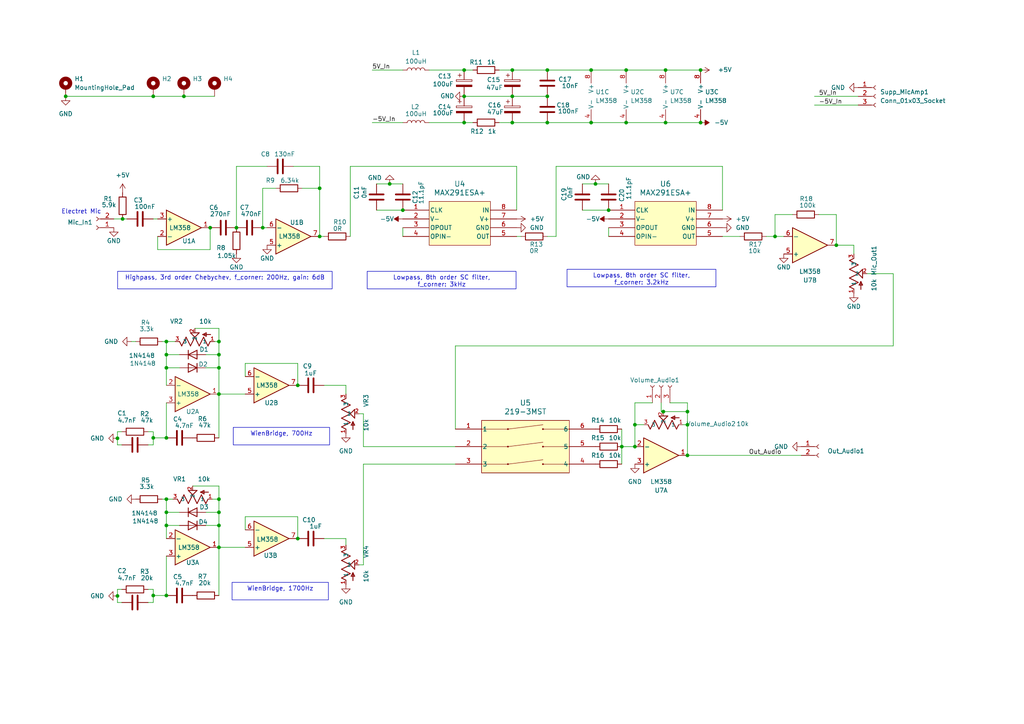
<source format=kicad_sch>
(kicad_sch (version 20231120) (generator "eeschema") (generator_version "8.0")
  (paper "A4")
  (title_block (title "Phasor Radio: Digital Audio") (date "2024-11-16") (rev "v1") (company "Stefan Meyre, HB9GZE"))
  (lib_symbols
    (symbol "Amplifier_Operational:LM358" (pin_names (offset 0.127))
      (property "Reference" "U" (at 0 5.08 0))
      (property "Value" "LM358" (at 0 -5.08 0))
      (symbol "LM358_1_1"
        (polyline (pts (xy -5.08 5.08) (xy 5.08 0) (xy -5.08 -5.08) (xy -5.08 5.08)) (stroke (width 0.254)) (fill (type background)))
        (pin output line (at 7.62 0 180) (length 2.54) (name "~") (number "1"))
        (pin input line (at -7.62 -2.54 0) (length 2.54) (name "-") (number "2"))
        (pin input line (at -7.62 2.54 0) (length 2.54) (name "+") (number "3"))
      )
      (symbol "LM358_2_1"
        (polyline (pts (xy -5.08 5.08) (xy 5.08 0) (xy -5.08 -5.08) (xy -5.08 5.08)) (stroke (width 0.254)) (fill (type background)))
        (pin input line (at -7.62 2.54 0) (length 2.54) (name "+") (number "5"))
        (pin input line (at -7.62 -2.54 0) (length 2.54) (name "-") (number "6"))
        (pin output line (at 7.62 0 180) (length 2.54) (name "~") (number "7"))
      )
      (symbol "LM358_3_1"
        (pin power_in line (at -2.54 -7.62 90) (length 3.81) (name "V-") (number "4"))
        (pin power_in line (at -2.54 7.62 270) (length 3.81) (name "V+") (number "8"))
      )
    )
    (symbol "Connector:Conn_01x02_Socket" (pin_names (offset 1.016) hide)
      (property "Reference" "J" (at 0 2.54 0))
      (property "Value" "Conn_01x02_Socket" (at 0 -5.08 0))
      (symbol "Conn_01x02_Socket_1_1"
        (arc (start 0 -2.032) (mid -0.5058 -2.54) (end 0 -3.048) (stroke (width 0.1524)))
        (polyline (pts (xy -1.27 -2.54) (xy -0.508 -2.54)) (stroke (width 0.1524)))
        (polyline (pts (xy -1.27 0) (xy -0.508 0)) (stroke (width 0.1524)))
        (arc (start 0 0.508) (mid -0.5058 0) (end 0 -0.508) (stroke (width 0.1524)))
        (pin passive line (at -5.08 0 0) (length 3.81) (name "Pin_1") (number "1"))
        (pin passive line (at -5.08 -2.54 0) (length 3.81) (name "Pin_2") (number "2"))
      )
    )
    (symbol "Connector:Conn_01x03_Socket" (pin_names (offset 1.016) hide)
      (property "Reference" "J" (at 0 5.08 0))
      (property "Value" "Conn_01x03_Socket" (at 0 -5.08 0))
      (symbol "Conn_01x03_Socket_1_1"
        (arc (start 0 -2.032) (mid -0.5058 -2.54) (end 0 -3.048) (stroke (width 0.1524)))
        (polyline (pts (xy -1.27 -2.54) (xy -0.508 -2.54)) (stroke (width 0.1524)))
        (polyline (pts (xy -1.27 0) (xy -0.508 0)) (stroke (width 0.1524)))
        (polyline (pts (xy -1.27 2.54) (xy -0.508 2.54)) (stroke (width 0.1524)))
        (arc (start 0 0.508) (mid -0.5058 0) (end 0 -0.508) (stroke (width 0.1524)))
        (arc (start 0 3.048) (mid -0.5058 2.54) (end 0 2.032) (stroke (width 0.1524)))
        (pin passive line (at -5.08 2.54 0) (length 3.81) (name "Pin_1") (number "1"))
        (pin passive line (at -5.08 0 0) (length 3.81) (name "Pin_2") (number "2"))
        (pin passive line (at -5.08 -2.54 0) (length 3.81) (name "Pin_3") (number "3"))
      )
    )
    (symbol "Device:C" (pin_numbers hide) (pin_names (offset 0.254))
      (property "Reference" "C" (at 0.635 2.54 0))
      (property "Value" "C" (at 0.635 -2.54 0))
      (symbol "C_0_1"
        (polyline (pts (xy -2.032 -0.762) (xy 2.032 -0.762)) (stroke (width 0.508)))
        (polyline (pts (xy -2.032 0.762) (xy 2.032 0.762)) (stroke (width 0.508)))
      )
      (symbol "C_1_1"
        (pin passive line (at 0 3.81 270) (length 2.794) (name "~") (number "1"))
        (pin passive line (at 0 -3.81 90) (length 2.794) (name "~") (number "2"))
      )
    )
    (symbol "Device:C_Polarized" (pin_numbers hide) (pin_names (offset 0.254))
      (property "Reference" "C" (at 0.635 2.54 0))
      (property "Value" "C_Polarized" (at 0.635 -2.54 0))
      (symbol "C_Polarized_0_1"
        (rectangle (start -2.286 0.508) (end 2.286 1.016))
        (polyline (pts (xy -1.778 2.286) (xy -0.762 2.286)))
        (polyline (pts (xy -1.27 2.794) (xy -1.27 1.778)))
        (rectangle (start 2.286 -0.508) (end -2.286 -1.016) (fill (type outline)))
      )
      (symbol "C_Polarized_1_1"
        (pin passive line (at 0 3.81 270) (length 2.794) (name "~") (number "1"))
        (pin passive line (at 0 -3.81 90) (length 2.794) (name "~") (number "2"))
      )
    )
    (symbol "Device:D" (pin_numbers hide) (pin_names (offset 1.016) hide)
      (property "Reference" "D" (at 0 2.54 0))
      (property "Value" "D" (at 0 -2.54 0))
      (symbol "D_0_1"
        (polyline (pts (xy -1.27 1.27) (xy -1.27 -1.27)) (stroke (width 0.254)))
        (polyline (pts (xy 1.27 0) (xy -1.27 0)))
        (polyline (pts (xy 1.27 1.27) (xy 1.27 -1.27) (xy -1.27 0) (xy 1.27 1.27)) (stroke (width 0.254)))
      )
      (symbol "D_1_1"
        (pin passive line (at -3.81 0 0) (length 2.54) (name "K") (number "1"))
        (pin passive line (at 3.81 0 180) (length 2.54) (name "A") (number "2"))
      )
    )
    (symbol "Device:L" (pin_numbers hide) (pin_names (offset 1.016) hide)
      (property "Reference" "L" (at -1.27 0 90))
      (property "Value" "L" (at 1.905 0 90))
      (symbol "L_0_1"
        (arc (start 0 -2.54) (mid 0.6323 -1.905) (end 0 -1.27))
        (arc (start 0 -1.27) (mid 0.6323 -0.635) (end 0 0))
        (arc (start 0 0) (mid 0.6323 0.635) (end 0 1.27))
        (arc (start 0 1.27) (mid 0.6323 1.905) (end 0 2.54))
      )
      (symbol "L_1_1"
        (pin passive line (at 0 3.81 270) (length 1.27) (name "1") (number "1"))
        (pin passive line (at 0 -3.81 90) (length 1.27) (name "2") (number "2"))
      )
    )
    (symbol "Device:R" (pin_numbers hide) (pin_names (offset 0))
      (property "Reference" "R" (at 2.032 0 90))
      (property "Value" "R" (at 0 0 90))
      (symbol "R_0_1"
        (rectangle (start -1.016 -2.54) (end 1.016 2.54) (stroke (width 0.254)))
      )
      (symbol "R_1_1"
        (pin passive line (at 0 3.81 270) (length 1.27) (name "~") (number "1"))
        (pin passive line (at 0 -3.81 90) (length 1.27) (name "~") (number "2"))
      )
    )
    (symbol "Mechanical:MountingHole_Pad" (pin_numbers hide) (pin_names (offset 1.016) hide)
      (property "Reference" "H" (at 0 6.35 0))
      (property "Value" "MountingHole_Pad" (at 0 4.445 0))
      (symbol "MountingHole_Pad_0_1"
        (circle (center 0 1.27) (radius 1.27) (stroke (width 1.27)))
      )
      (symbol "MountingHole_Pad_1_1"
        (pin input line (at 0 -2.54 90) (length 2.54) (name "1") (number "1"))
      )
    )
    (symbol "Private:219-3MST" (pin_names (offset 0.254))
      (property "Reference" "U" (at 20.32 7.62 0))
      (property "Value" "219-3MST" (at 20.32 5.08 0))
      (symbol "219-3MST_1_1"
        (polyline (pts (xy 7.62 -12.7) (xy 33.02 -12.7)) (stroke (width 0.127)))
        (polyline (pts (xy 7.62 -10.16) (xy 15.24 -10.16)) (stroke (width 0.127)))
        (polyline (pts (xy 7.62 -5.08) (xy 15.24 -5.08)) (stroke (width 0.127)))
        (polyline (pts (xy 7.62 0) (xy 15.24 0)) (stroke (width 0.127)))
        (polyline (pts (xy 7.62 2.54) (xy 7.62 -12.7)) (stroke (width 0.127)))
        (polyline (pts (xy 15.24 -10.16) (xy 25.4 -8.89)) (stroke (width 0.127)))
        (polyline (pts (xy 15.24 -5.08) (xy 25.4 -3.81)) (stroke (width 0.127)))
        (polyline (pts (xy 15.24 0) (xy 25.4 1.27)) (stroke (width 0.127)))
        (polyline (pts (xy 25.4 -10.16) (xy 33.02 -10.16)) (stroke (width 0.127)))
        (polyline (pts (xy 25.4 -5.08) (xy 33.02 -5.08)) (stroke (width 0.127)))
        (polyline (pts (xy 25.4 0) (xy 33.02 0)) (stroke (width 0.127)))
        (polyline (pts (xy 33.02 -12.7) (xy 33.02 2.54)) (stroke (width 0.127)))
        (polyline (pts (xy 33.02 2.54) (xy 7.62 2.54)) (stroke (width 0.127)))
        (rectangle (start 7.62 2.54) (end 33.02 -12.7) (fill (type background)))
        (circle (center 15.24 -10.16) (radius 0.127) (stroke (width 0.254)))
        (circle (center 15.24 -5.08) (radius 0.127) (stroke (width 0.254)))
        (circle (center 15.24 0) (radius 0.127) (stroke (width 0.254)))
        (circle (center 25.4 -10.16) (radius 0.127) (stroke (width 0.254)))
        (circle (center 25.4 -5.08) (radius 0.127) (stroke (width 0.254)))
        (circle (center 25.4 0) (radius 0.127) (stroke (width 0.254)))
        (pin unspecified line (at 0 0 0) (length 7.62) (name "1") (number "1"))
        (pin unspecified line (at 0 -5.08 0) (length 7.62) (name "2") (number "2"))
        (pin unspecified line (at 0 -10.16 0) (length 7.62) (name "3") (number "3"))
        (pin unspecified line (at 40.64 -10.16 180) (length 7.62) (name "4") (number "4"))
        (pin unspecified line (at 40.64 -5.08 180) (length 7.62) (name "5") (number "5"))
        (pin unspecified line (at 40.64 0 180) (length 7.62) (name "6") (number "6"))
      )
    )
    (symbol "Private:35WR10KLFTR" (pin_names (offset 1.016))
      (property "Reference" "VR" (at -5.7207 5.0851 0))
      (property "Value" "35WR10KLFTR" (at -5.7249 1.9083 0))
      (symbol "35WR10KLFTR_0_0"
        (polyline (pts (xy -3.81 1.27) (xy -4.445 0)) (stroke (width 0.254)))
        (polyline (pts (xy -3.302 -2.54) (xy -2.286 -2.032)) (stroke (width 0.254)))
        (polyline (pts (xy -3.302 -1.524) (xy -3.302 -2.54)) (stroke (width 0.254)))
        (polyline (pts (xy -2.54 -1.27) (xy -3.81 1.27)) (stroke (width 0.254)))
        (polyline (pts (xy -2.286 -2.032) (xy -4.572 -2.032)) (stroke (width 0.254)))
        (polyline (pts (xy -2.286 -2.032) (xy -3.302 -1.524)) (stroke (width 0.254)))
        (polyline (pts (xy -1.27 -2.54) (xy 0 -1.27)) (stroke (width 0.254)))
        (polyline (pts (xy -1.27 1.27) (xy -2.54 -1.27)) (stroke (width 0.254)))
        (polyline (pts (xy 0 -1.27) (xy -1.27 1.27)) (stroke (width 0.254)))
        (polyline (pts (xy 0 -1.27) (xy 1.27 -2.54)) (stroke (width 0.254)))
        (polyline (pts (xy 1.27 -2.54) (xy -1.27 -2.54)) (stroke (width 0.254)))
        (polyline (pts (xy 1.27 1.27) (xy 0 -1.27)) (stroke (width 0.254)))
        (polyline (pts (xy 1.27 1.27) (xy 2.54 -1.27)) (stroke (width 0.254)))
        (polyline (pts (xy 2.54 -1.27) (xy 3.81 1.27)) (stroke (width 0.254)))
        (polyline (pts (xy 3.81 1.27) (xy 4.445 0)) (stroke (width 0.254)))
      )
      (symbol "35WR10KLFTR_1_0"
        (pin passive line (at -5.715 0 0) (length 1.27) (name "1") (number "1"))
        (pin passive line (at 0 -3.81 90) (length 1.27) (name "2") (number "2"))
        (pin passive line (at 5.715 0 180) (length 1.27) (name "3") (number "3"))
      )
    )
    (symbol "Private:MAX291ESA+" (pin_names (offset 0.254))
      (property "Reference" "U" (at 16.8216 6.9662 0))
      (property "Value" "MAX291ESA+" (at 16.8216 4.4262 0))
      (symbol "MAX291ESA+_1_1"
        (rectangle (start 7.62 2.54) (end 25.4 -10.16) (fill (type background)))
        (pin unspecified line (at 0 0 0) (length 7.62) (name "CLK") (number "1"))
        (pin power_in line (at 0 -2.54 0) (length 7.62) (name "V-") (number "2"))
        (pin output line (at 0 -5.08 0) (length 7.62) (name "OPOUT") (number "3"))
        (pin input line (at 0 -7.62 0) (length 7.62) (name "OPIN-") (number "4"))
        (pin output line (at 33.02 -7.62 180) (length 7.62) (name "OUT") (number "5"))
        (pin power_in line (at 33.02 -5.08 180) (length 7.62) (name "GND") (number "6"))
        (pin power_in line (at 33.02 -2.54 180) (length 7.62) (name "V+") (number "7"))
        (pin input line (at 33.02 0 180) (length 7.62) (name "IN") (number "8"))
      )
    )
    (symbol "power:+5V" (power) (pin_names (offset 0))
      (property "Value" "+5V" (at 0 3.556 0))
      (symbol "+5V_0_1"
        (polyline (pts (xy -0.762 1.27) (xy 0 2.54)))
        (polyline (pts (xy 0 0) (xy 0 2.54)))
        (polyline (pts (xy 0 2.54) (xy 0.762 1.27)))
      )
      (symbol "+5V_1_1"
        (pin power_in line (at 0 0 90) (length 0) hide (name "+5V") (number "1"))
      )
    )
    (symbol "power:-5V" (power) (pin_names (offset 0))
      (property "Value" "-5V" (at 0 3.81 0))
      (symbol "-5V_0_0"
        (pin power_in line (at 0 0 90) (length 0) hide (name "-5V") (number "1"))
      )
      (symbol "-5V_0_1"
        (polyline (pts (xy 0 0) (xy 0 1.27) (xy 0.762 1.27) (xy 0 2.54) (xy -0.762 1.27) (xy 0 1.27)) (fill (type outline)))
      )
    )
    (symbol "power:GND" (power) (pin_names (offset 0))
      (property "Value" "GND" (at 0 -3.81 0))
      (symbol "GND_0_1"
        (polyline (pts (xy 0 0) (xy 0 -1.27) (xy 1.27 -1.27) (xy 0 -2.54) (xy -1.27 -1.27) (xy 0 -1.27)))
      )
      (symbol "GND_1_1"
        (pin power_in line (at 0 0 270) (length 0) hide (name "GND") (number "1"))
      )
    )
  )
  (junction (at 224.79 68.58))
  (junction (at 76.2 66.04))
  (junction (at 193.04 20.32))
  (junction (at 48.26 172.72))
  (junction (at 199.39 119.38))
  (junction (at 158.75 35.56))
  (junction (at 63.5 102.87))
  (junction (at 199.39 123.19))
  (junction (at 63.5 99.06))
  (junction (at 48.26 148.59))
  (junction (at 63.5 158.75))
  (junction (at 148.59 20.32))
  (junction (at 199.39 132.08))
  (junction (at 48.26 127))
  (junction (at 134.62 35.56))
  (junction (at 171.45 20.32))
  (junction (at 86.36 156.21))
  (junction (at 92.71 68.58))
  (junction (at 86.36 111.76))
  (junction (at 60.96 66.04))
  (junction (at 48.26 99.06))
  (junction (at 48.26 152.4))
  (junction (at 63.5 114.3))
  (junction (at 184.15 123.19))
  (junction (at 92.71 54.61))
  (junction (at 63.5 152.4))
  (junction (at 148.59 27.94))
  (junction (at 181.61 35.56))
  (junction (at 48.26 144.78))
  (junction (at 116.84 60.96))
  (junction (at 63.5 106.68))
  (junction (at 44.45 172.72))
  (junction (at 158.75 27.94))
  (junction (at 134.62 20.32))
  (junction (at 192.405 119.38))
  (junction (at 34.0691 172.8503))
  (junction (at 44.45 27.94))
  (junction (at 148.59 35.56))
  (junction (at 158.75 20.32))
  (junction (at 48.26 106.68))
  (junction (at 53.34 27.94))
  (junction (at 176.53 60.96))
  (junction (at 19.05 27.94))
  (junction (at 180.34 129.54))
  (junction (at 63.5 144.78))
  (junction (at 34.0691 127.1303))
  (junction (at 63.5 148.59))
  (junction (at 68.58 66.04))
  (junction (at 172.72 53.34))
  (junction (at 203.2 35.56))
  (junction (at 171.45 35.56))
  (junction (at 193.04 35.56))
  (junction (at 48.26 102.87))
  (junction (at 44.45 127))
  (junction (at 203.2 20.32))
  (junction (at 181.61 20.32))
  (junction (at 113.03 53.34))
  (junction (at 134.62 27.94))
  (junction (at 242.57 71.12))
  (junction (at 35.56 63.5))
  (junction (at 184.15 129.54))
  (wire (pts (xy 184.15 123.19) (xy 184.15 129.54)))
  (wire (pts (xy 105.41 120.015) (xy 105.41 129.54)))
  (wire (pts (xy 63.5 99.06) (xy 63.5 102.87)))
  (wire (pts (xy 48.26 106.68) (xy 52.07 106.68)))
  (wire (pts (xy 137.16 35.56) (xy 134.62 35.56)))
  (wire (pts (xy 92.71 54.61) (xy 92.71 48.26)))
  (wire (pts (xy 62.23 99.06) (xy 63.5 99.06)))
  (wire (pts (xy 63.5 106.68) (xy 63.5 114.3)))
  (wire (pts (xy 181.61 20.32) (xy 193.04 20.32)))
  (wire (pts (xy 191.77 119.38) (xy 192.405 119.38)))
  (wire (pts (xy 71.12 149.86) (xy 86.36 149.86)))
  (wire (pts (xy 148.59 27.94) (xy 158.75 27.94)))
  (wire (pts (xy 59.69 152.4) (xy 63.5 152.4)))
  (wire (pts (xy 76.2 66.04) (xy 77.47 66.04)))
  (wire (pts (xy 34.0691 170.9428) (xy 34.0691 172.8503)))
  (wire (pts (xy 132.08 100.33) (xy 132.08 124.46)))
  (wire (pts (xy 44.45 63.5) (xy 45.72 63.5)))
  (wire (pts (xy 158.75 35.56) (xy 171.45 35.56)))
  (wire (pts (xy 171.45 35.56) (xy 181.61 35.56)))
  (wire (pts (xy 63.5 114.3) (xy 71.12 114.3)))
  (wire (pts (xy 48.26 144.78) (xy 48.26 148.59)))
  (wire (pts (xy 86.36 105.41) (xy 86.36 111.76)))
  (wire (pts (xy 180.34 129.54) (xy 184.15 129.54)))
  (wire (pts (xy 35.56 63.5) (xy 36.83 63.5)))
  (wire (pts (xy 34.0691 127.1303) (xy 34.0691 129.0328)))
  (wire (pts (xy 181.61 35.56) (xy 193.04 35.56)))
  (wire (pts (xy 242.57 71.12) (xy 247.65 71.12)))
  (wire (pts (xy 34.0691 170.9428) (xy 35.3391 170.9428)))
  (wire (pts (xy 105.41 163.83) (xy 104.14 163.83)))
  (wire (pts (xy 259.08 79.375) (xy 251.46 79.375)))
  (wire (pts (xy 158.75 20.32) (xy 171.45 20.32)))
  (wire (pts (xy 199.39 123.19) (xy 199.39 132.08)))
  (wire (pts (xy 71.12 153.67) (xy 71.12 149.86)))
  (wire (pts (xy 184.15 116.84) (xy 184.15 123.19)))
  (wire (pts (xy 48.26 152.4) (xy 48.26 156.21)))
  (wire (pts (xy 109.22 53.34) (xy 113.03 53.34)))
  (wire (pts (xy 44.45 129.0328) (xy 42.9591 129.0328)))
  (wire (pts (xy 44.45 174.7528) (xy 42.9591 174.7528)))
  (wire (pts (xy 101.6 48.26) (xy 101.6 68.58)))
  (wire (pts (xy 71.12 105.41) (xy 86.36 105.41)))
  (wire (pts (xy 222.25 68.58) (xy 224.79 68.58)))
  (wire (pts (xy 45.72 72.39) (xy 60.96 72.39)))
  (wire (pts (xy 184.15 116.84) (xy 189.23 116.84)))
  (wire (pts (xy 59.69 106.68) (xy 63.5 106.68)))
  (wire (pts (xy 44.45 27.94) (xy 53.34 27.94)))
  (wire (pts (xy 53.34 27.94) (xy 62.23 27.94)))
  (wire (pts (xy 44.45 172.72) (xy 48.26 172.72)))
  (wire (pts (xy 107.95 20.32) (xy 116.84 20.32)))
  (wire (pts (xy 19.05 27.94) (xy 44.45 27.94)))
  (wire (pts (xy 63.5 95.25) (xy 63.5 99.06)))
  (wire (pts (xy 161.29 48.26) (xy 161.29 68.58)))
  (wire (pts (xy 48.26 99.06) (xy 50.8 99.06)))
  (wire (pts (xy 171.45 20.32) (xy 181.61 20.32)))
  (wire (pts (xy 161.29 68.58) (xy 158.75 68.58)))
  (wire (pts (xy 192.405 119.38) (xy 199.39 119.38)))
  (wire (pts (xy 44.4349 127) (xy 44.45 127)))
  (wire (pts (xy 148.59 35.56) (xy 158.75 35.56)))
  (wire (pts (xy 48.26 161.29) (xy 48.26 172.72)))
  (wire (pts (xy 63.5 158.75) (xy 63.5 152.4)))
  (wire (pts (xy 48.26 102.87) (xy 52.07 102.87)))
  (wire (pts (xy 76.2 54.61) (xy 76.2 66.04)))
  (wire (pts (xy 224.79 68.58) (xy 227.33 68.58)))
  (wire (pts (xy 100.33 111.76) (xy 100.33 114.3)))
  (wire (pts (xy 93.98 156.21) (xy 100.33 156.21)))
  (wire (pts (xy 48.26 116.84) (xy 48.26 127)))
  (wire (pts (xy 63.5 102.87) (xy 63.5 106.68)))
  (wire (pts (xy 151.13 68.58) (xy 149.86 68.58)))
  (wire (pts (xy 116.84 66.04) (xy 116.84 68.58)))
  (wire (pts (xy 132.08 129.54) (xy 105.41 129.54)))
  (wire (pts (xy 116.84 53.34) (xy 113.03 53.34)))
  (wire (pts (xy 44.45 127) (xy 44.45 125.2228)))
  (wire (pts (xy 259.08 79.375) (xy 259.08 100.33)))
  (wire (pts (xy 224.79 62.23) (xy 224.79 68.58)))
  (wire (pts (xy 61.595 144.78) (xy 63.5 144.78)))
  (wire (pts (xy 132.08 134.62) (xy 105.41 134.62)))
  (wire (pts (xy 44.45 127) (xy 44.45 129.0328)))
  (wire (pts (xy 203.2 20.32) (xy 193.04 20.32)))
  (wire (pts (xy 237.49 62.23) (xy 242.57 62.23)))
  (wire (pts (xy 56.515 95.25) (xy 63.5 95.25)))
  (wire (pts (xy 44.45 172.72) (xy 44.45 170.9428)))
  (wire (pts (xy 48.26 152.4) (xy 52.07 152.4)))
  (wire (pts (xy 68.58 66.04) (xy 68.58 48.26)))
  (wire (pts (xy 34.0691 125.2228) (xy 35.3391 125.2228)))
  (wire (pts (xy 236.22 27.94) (xy 248.92 27.94)))
  (wire (pts (xy 148.59 20.32) (xy 158.75 20.32)))
  (wire (pts (xy 107.95 35.56) (xy 116.84 35.56)))
  (wire (pts (xy 176.53 66.04) (xy 176.53 68.58)))
  (wire (pts (xy 59.69 148.59) (xy 63.5 148.59)))
  (wire (pts (xy 184.15 123.19) (xy 186.69 123.19)))
  (wire (pts (xy 149.86 60.96) (xy 149.86 48.26)))
  (wire (pts (xy 39.37 99.06) (xy 38.1 99.06)))
  (wire (pts (xy 199.39 119.38) (xy 199.39 123.19)))
  (wire (pts (xy 124.46 35.56) (xy 134.62 35.56)))
  (wire (pts (xy 176.53 53.34) (xy 172.72 53.34)))
  (wire (pts (xy 68.58 48.26) (xy 77.47 48.26)))
  (wire (pts (xy 55.88 140.97) (xy 63.5 140.97)))
  (wire (pts (xy 48.26 102.87) (xy 48.26 106.68)))
  (wire (pts (xy 45.72 68.58) (xy 45.72 72.39)))
  (wire (pts (xy 144.78 35.56) (xy 148.59 35.56)))
  (wire (pts (xy 168.91 53.34) (xy 172.72 53.34)))
  (wire (pts (xy 229.87 62.23) (xy 224.79 62.23)))
  (wire (pts (xy 48.26 144.78) (xy 50.165 144.78)))
  (wire (pts (xy 63.5 102.87) (xy 59.69 102.87)))
  (wire (pts (xy 71.12 109.22) (xy 71.12 105.41)))
  (wire (pts (xy 194.31 116.84) (xy 199.39 116.84)))
  (wire (pts (xy 144.78 20.32) (xy 148.59 20.32)))
  (wire (pts (xy 247.65 71.12) (xy 247.65 73.66)))
  (wire (pts (xy 92.71 54.61) (xy 92.71 68.58)))
  (wire (pts (xy 46.99 144.78) (xy 48.26 144.78)))
  (wire (pts (xy 104.14 120.015) (xy 105.41 120.015)))
  (wire (pts (xy 93.98 111.76) (xy 100.33 111.76)))
  (wire (pts (xy 134.62 27.94) (xy 148.59 27.94)))
  (wire (pts (xy 63.5 148.59) (xy 63.5 144.78)))
  (wire (pts (xy 63.5 158.75) (xy 71.12 158.75)))
  (wire (pts (xy 48.26 148.59) (xy 52.07 148.59)))
  (wire (pts (xy 48.26 148.59) (xy 48.26 152.4)))
  (wire (pts (xy 34.0691 172.8503) (xy 34.0691 174.7528)))
  (wire (pts (xy 63.5 158.75) (xy 63.5 172.72)))
  (wire (pts (xy 214.63 68.58) (xy 209.55 68.58)))
  (wire (pts (xy 86.36 149.86) (xy 86.36 156.21)))
  (wire (pts (xy 168.91 60.96) (xy 176.53 60.96)))
  (wire (pts (xy 137.16 20.32) (xy 134.62 20.32)))
  (wire (pts (xy 44.45 125.2228) (xy 42.9591 125.2228)))
  (wire (pts (xy 63.5 140.97) (xy 63.5 144.78)))
  (wire (pts (xy 180.34 129.54) (xy 180.34 134.62)))
  (wire (pts (xy 48.26 99.06) (xy 48.26 102.87)))
  (wire (pts (xy 180.34 124.46) (xy 180.34 129.54)))
  (wire (pts (xy 63.5 114.3) (xy 63.5 127)))
  (wire (pts (xy 44.4349 172.72) (xy 44.45 172.72)))
  (wire (pts (xy 33.02 63.5) (xy 35.56 63.5)))
  (wire (pts (xy 124.46 20.32) (xy 134.62 20.32)))
  (wire (pts (xy 209.55 60.96) (xy 209.55 48.26)))
  (wire (pts (xy 100.33 156.21) (xy 100.33 158.115)))
  (wire (pts (xy 191.77 119.38) (xy 191.77 116.84)))
  (wire (pts (xy 44.45 127) (xy 48.26 127)))
  (wire (pts (xy 236.22 30.48) (xy 248.92 30.48)))
  (wire (pts (xy 105.41 134.62) (xy 105.41 163.83)))
  (wire (pts (xy 199.39 132.08) (xy 232.41 132.08)))
  (wire (pts (xy 34.0691 174.7528) (xy 35.3391 174.7528)))
  (wire (pts (xy 242.57 62.23) (xy 242.57 71.12)))
  (wire (pts (xy 198.12 123.19) (xy 199.39 123.19)))
  (wire (pts (xy 34.0691 129.0328) (xy 35.3391 129.0328)))
  (wire (pts (xy 92.71 48.26) (xy 85.09 48.26)))
  (wire (pts (xy 48.26 99.06) (xy 46.99 99.06)))
  (wire (pts (xy 101.6 48.26) (xy 149.86 48.26)))
  (wire (pts (xy 34.0691 125.2228) (xy 34.0691 127.1303)))
  (wire (pts (xy 199.39 116.84) (xy 199.39 119.38)))
  (wire (pts (xy 92.71 54.61) (xy 87.63 54.61)))
  (wire (pts (xy 92.71 68.58) (xy 93.98 68.58)))
  (wire (pts (xy 209.55 48.26) (xy 161.29 48.26)))
  (wire (pts (xy 132.08 100.33) (xy 259.08 100.33)))
  (wire (pts (xy 109.22 60.96) (xy 116.84 60.96)))
  (wire (pts (xy 60.96 66.04) (xy 60.96 72.39)))
  (wire (pts (xy 76.2 54.61) (xy 80.01 54.61)))
  (wire (pts (xy 44.45 172.72) (xy 44.45 174.7528)))
  (wire (pts (xy 63.5 148.59) (xy 63.5 152.4)))
  (wire (pts (xy 44.45 170.9428) (xy 42.9591 170.9428)))
  (wire (pts (xy 48.26 111.76) (xy 48.26 106.68)))
  (wire (pts (xy 193.04 35.56) (xy 203.2 35.56)))
  (text_box "Lowpass, 8th order SC filter, \nf_corner: 3kHz" (at 106.5007 78.7007 0) (size 43.18 5.08) (effects (font (size 1.27 1.27)) (justify top)))
  (text_box "WienBridge, 1700Hz" (at 67.31 168.91 0) (size 27.94 5.08) (effects (font (size 1.27 1.27)) (justify top)))
  (text_box "Highpass, 3rd order Chebychev, f_corner: 200Hz, gain: 6dB" (at 34.1107 78.7007 0) (size 62.23 5.08) (effects (font (size 1.27 1.27)) (justify top)))
  (text_box "WienBridge, 700Hz" (at 67.6572 123.9604 0) (size 27.94 5.08) (effects (font (size 1.27 1.27)) (justify top)))
  (text_box "Lowpass, 8th order SC filter, \nf_corner: 3.2kHz" (at 164.465 78.105 0) (size 43.18 5.08) (effects (font (size 1.27 1.27)) (justify top)))
  (text "Electret Mic" (at 17.78 62.23 0) (effects (font (size 1.27 1.27)) (justify left bottom)))
  (label "Out_Audio" (at 217.17 132.08 0))
  (label "5V_In" (at 237.49 27.94 0))
  (label "-5V_In" (at 237.49 30.48 0))
  (label "-5V_In" (at 107.95 35.56 0))
  (label "5V_In" (at 107.95 20.32 0))
  (symbol (lib_id "Amplifier_Operational:LM358") (at 205.74 27.94 0) (unit 3)
    (property "Reference" "U3" (at 204.47 26.67 0) (effects (justify left)))
    (property "Value" "LM358" (at 204.47 29.21 0) (effects (justify left)))
    (property "Footprint" "Package_SO:SOIC-8_3.9x4.9mm_P1.27mm" (effects (hide yes)))
    (property "Datasheet" "http://www.ti.com/lit/ds/symlink/lm2904-n.pdf" (effects (hide yes)))
  )
  (symbol (lib_id "power:-5V") (at 176.53 63.5 90) (unit 1)
    (property "Reference" "#PWR018" (effects (hide yes)))
    (property "Value" "-5V" (at 173.99 63.5 90) (effects (justify left)))
  )
  (symbol (lib_id "Device:C") (at 52.07 127 90) (unit 1)
    (property "Reference" "C4" (at 51.5071 121.5744 90))
    (property "Value" "4.7nF" (at 53.4639 123.4422 90))
    (property "Footprint" "Capacitor_SMD:C_0805_2012Metric_Pad1.18x1.45mm_HandSolder" (effects (hide yes)))
  )
  (symbol (lib_id "Mechanical:MountingHole_Pad") (at 53.34 25.4 0) (unit 1)
    (property "Reference" "H3" (at 55.88 22.86 0) (effects (justify left)))
    (property "Value" "MountingHole_Pad" (effects (hide yes)))
    (property "Footprint" "MountingHole:MountingHole_2.5mm_Pad_TopBottom" (effects (hide yes)))
  )
  (symbol (lib_id "Amplifier_Operational:LM358") (at 173.99 27.94 0) (unit 3)
    (property "Reference" "U1" (at 172.72 26.67 0) (effects (justify left)))
    (property "Value" "LM358" (at 172.72 29.21 0) (effects (justify left)))
    (property "Footprint" "Package_SO:SOIC-8_3.9x4.9mm_P1.27mm" (effects (hide yes)))
    (property "Datasheet" "http://www.ti.com/lit/ds/symlink/lm2904-n.pdf" (effects (hide yes)))
  )
  (symbol (lib_id "power:GND") (at 149.86 66.04 90) (unit 1)
    (property "Reference" "#PWR016" (effects (hide yes)))
    (property "Value" "GND" (at 153.67 66.04 90) (effects (justify right)))
  )
  (symbol (lib_id "power:GND") (at 33.02 66.04 0) (unit 1)
    (property "Reference" "#PWR02" (effects (hide yes)))
    (property "Value" "GND" (at 33.02 69.85 0))
  )
  (symbol (lib_id "Device:R") (at 83.82 54.61 90) (unit 1)
    (property "Reference" "R9" (at 79.756 52.324 90) (effects (justify left)))
    (property "Value" "6.34k" (at 86.8017 52.3426 90) (effects (justify left)))
    (property "Footprint" "Resistor_SMD:R_0805_2012Metric_Pad1.20x1.40mm_HandSolder" (effects (hide yes)))
  )
  (symbol (lib_id "power:GND") (at 113.03 53.34 180) (unit 1)
    (property "Reference" "#PWR012" (effects (hide yes)))
    (property "Value" "GND" (at 108.712 51.562 0))
  )
  (symbol (lib_id "Private:219-3MST") (at 132.08 124.46 0) (unit 1)
    (property "Reference" "U5" (at 152.4 116.84 0) (effects (font (size 1.524 1.524))))
    (property "Value" "219-3MST" (at 152.4 119.38 0) (effects (font (size 1.524 1.524))))
    (property "Footprint" "Private:SW3_219-3MST_CTS" (effects (hide yes)))
    (property "Datasheet" "219-3MST" (effects (hide yes)))
  )
  (symbol (lib_id "Connector:Conn_01x03_Socket") (at 254 27.94 0) (unit 1)
    (property "Reference" "Supp_MicAmp1" (at 255.27 26.67 0) (effects (justify left)))
    (property "Value" "Conn_01x03_Socket" (at 255.27 29.21 0) (effects (justify left)))
    (property "Footprint" "Connector_JST:JST_EH_B3B-EH-A_1x03_P2.50mm_Vertical" (effects (hide yes)))
  )
  (symbol (lib_id "power:-5V") (at 203.2 35.56 270) (unit 1)
    (property "Reference" "#PWR021" (effects (hide yes)))
    (property "Value" "-5V" (at 209.1951 35.5345 90))
  )
  (symbol (lib_id "Device:D") (at 55.88 106.68 180) (unit 1)
    (property "Reference" "D2" (at 58.928 105.664 0))
    (property "Value" "1N4148" (at 41.402 105.41 0))
    (property "Footprint" "Diode_SMD:D_SOD-123" (effects (hide yes)))
    (property "Description" "Diode" (effects (hide yes)))
    (property "Sim.Device" "D" (effects (hide yes)))
    (property "Sim.Pins" "1=K 2=A" (effects (hide yes)))
  )
  (symbol (lib_id "power:GND") (at 77.47 71.12 0) (unit 1)
    (property "Reference" "#PWR09" (effects (hide yes)))
    (property "Value" "GND" (at 77.47 74.93 0))
  )
  (symbol (lib_id "Amplifier_Operational:LM358") (at 195.58 27.94 0) (unit 3)
    (property "Reference" "U7" (at 194.31 26.67 0) (effects (justify left)))
    (property "Value" "LM358" (at 194.31 29.21 0) (effects (justify left)))
    (property "Footprint" "Package_SO:SOIC-8_3.9x4.9mm_P1.27mm" (effects (hide yes)))
    (property "Datasheet" "http://www.ti.com/lit/ds/symlink/lm2904-n.pdf" (effects (hide yes)))
  )
  (symbol (lib_id "Device:C") (at 39.1491 174.7528 90) (unit 1)
    (property "Reference" "C2" (at 35.3749 165.5652 90))
    (property "Value" "4.7nF" (at 36.83 167.64 90))
    (property "Footprint" "Capacitor_SMD:C_0805_2012Metric_Pad1.18x1.45mm_HandSolder" (effects (hide yes)))
  )
  (symbol (lib_id "power:GND") (at 247.65 85.09 0) (unit 1)
    (property "Reference" "#PWR026" (effects (hide yes)))
    (property "Value" "GND" (at 247.65 88.9 0))
  )
  (symbol (lib_id "Device:C") (at 72.39 66.04 90) (unit 1)
    (property "Reference" "C7" (at 70.8965 60.1848 90))
    (property "Value" "470nF" (at 72.8533 62.0526 90))
    (property "Footprint" "Capacitor_SMD:C_0805_2012Metric_Pad1.18x1.45mm_HandSolder" (effects (hide yes)))
  )
  (symbol (lib_id "Device:R") (at 154.94 68.58 270) (unit 1)
    (property "Reference" "R13" (at 153.6205 70.854 90) (effects (justify left)))
    (property "Value" "0R" (at 153.5373 72.7554 90) (effects (justify left)))
    (property "Footprint" "Resistor_SMD:R_0805_2012Metric_Pad1.20x1.40mm_HandSolder" (effects (hide yes)))
  )
  (symbol (lib_id "Mechanical:MountingHole_Pad") (at 19.05 25.4 0) (unit 1)
    (property "Reference" "H1" (at 21.59 22.86 0) (effects (justify left)))
    (property "Value" "MountingHole_Pad" (at 21.59 25.4 0) (effects (justify left)))
    (property "Footprint" "MountingHole:MountingHole_2.5mm_Pad_TopBottom" (effects (hide yes)))
  )
  (symbol (lib_id "power:GND") (at 34.0691 127.1303 270) (unit 1)
    (property "Reference" "#PWR03" (effects (hide yes)))
    (property "Value" "GND" (at 30.2591 127.1303 90) (effects (justify right)))
  )
  (symbol (lib_id "Amplifier_Operational:LM358") (at 191.77 132.08 0) (mirror x) (unit 1)
    (property "Reference" "U7" (at 191.77 142.24 0))
    (property "Value" "LM358" (at 191.77 139.7 0))
    (property "Footprint" "Package_SO:SOIC-8_3.9x4.9mm_P1.27mm" (effects (hide yes)))
    (property "Datasheet" "http://www.ti.com/lit/ds/symlink/lm2904-n.pdf" (effects (hide yes)))
  )
  (symbol (lib_id "power:-5V") (at 116.84 63.5 90) (unit 1)
    (property "Reference" "#PWR013" (effects (hide yes)))
    (property "Value" "-5V" (at 114.3 63.5 90) (effects (justify left)))
  )
  (symbol (lib_id "power:GND") (at 232.41 129.54 270) (unit 1)
    (property "Reference" "#PWR025" (effects (hide yes)))
    (property "Value" "GND" (at 228.6 129.54 90) (effects (justify right)))
  )
  (symbol (lib_id "power:GND") (at 68.58 73.66 0) (unit 1)
    (property "Reference" "#PWR08" (effects (hide yes)))
    (property "Value" "GND" (at 68.58 77.47 0))
  )
  (symbol (lib_id "Device:R") (at 39.1491 125.2228 90) (unit 1)
    (property "Reference" "R2" (at 43.2938 120.0522 90) (effects (justify left)))
    (property "Value" "47k" (at 44.45 121.92 90) (effects (justify left)))
    (property "Footprint" "Resistor_SMD:R_0805_2012Metric_Pad1.20x1.40mm_HandSolder" (effects (hide yes)))
  )
  (symbol (lib_id "Amplifier_Operational:LM358") (at 78.74 111.76 0) (mirror x) (unit 2)
    (property "Reference" "U2" (at 78.74 116.84 0))
    (property "Value" "LM358" (at 77.47 111.76 0))
    (property "Footprint" "Package_SO:SOIC-8_3.9x4.9mm_P1.27mm" (effects (hide yes)))
    (property "Datasheet" "http://www.ti.com/lit/ds/symlink/lm2904-n.pdf" (effects (hide yes)))
  )
  (symbol (lib_id "Device:R") (at 43.18 144.78 90) (unit 1)
    (property "Reference" "R5" (at 43.5518 139.2698 90) (effects (justify left)))
    (property "Value" "3.3k" (at 44.708 141.1376 90) (effects (justify left)))
    (property "Footprint" "Resistor_SMD:R_0805_2012Metric_Pad1.20x1.40mm_HandSolder" (effects (hide yes)))
  )
  (symbol (lib_id "Device:C") (at 168.91 57.15 180) (unit 1)
    (property "Reference" "C19" (at 163.576 56.388 90))
    (property "Value" "0nF" (at 165.3522 55.7561 90))
    (property "Footprint" "Capacitor_SMD:C_0805_2012Metric_Pad1.18x1.45mm_HandSolder" (effects (hide yes)))
  )
  (symbol (lib_id "Device:C") (at 90.17 156.21 90) (unit 1)
    (property "Reference" "C10" (at 89.6071 150.7844 90))
    (property "Value" "1uF" (at 91.5639 152.6522 90))
    (property "Footprint" "Capacitor_SMD:C_0805_2012Metric_Pad1.18x1.45mm_HandSolder" (effects (hide yes)))
  )
  (symbol (lib_id "power:GND") (at 38.1 99.06 270) (unit 1)
    (property "Reference" "#PWR06" (effects (hide yes)))
    (property "Value" "GND" (at 34.29 99.06 90) (effects (justify right)))
  )
  (symbol (lib_id "power:GND") (at 39.37 144.78 270) (unit 1)
    (property "Reference" "#PWR07" (effects (hide yes)))
    (property "Value" "GND" (at 35.56 144.78 90) (effects (justify right)))
  )
  (symbol (lib_id "Device:C") (at 39.1491 129.0328 90) (unit 1)
    (property "Reference" "C1" (at 35.3749 119.8452 90))
    (property "Value" "4.7nF" (at 36.83 121.92 90))
    (property "Footprint" "Capacitor_SMD:C_0805_2012Metric_Pad1.18x1.45mm_HandSolder" (effects (hide yes)))
  )
  (symbol (lib_id "Device:R") (at 176.53 134.62 270) (unit 1)
    (property "Reference" "R16" (at 171.45 132.08 90) (effects (justify left)))
    (property "Value" "10k" (at 176.53 132.08 90) (effects (justify left)))
    (property "Footprint" "Resistor_SMD:R_0805_2012Metric_Pad1.20x1.40mm_HandSolder" (effects (hide yes)))
  )
  (symbol (lib_id "Device:D") (at 55.88 152.4 180) (unit 1)
    (property "Reference" "D4" (at 58.928 151.384 0))
    (property "Value" "1N4148" (at 42.164 151.13 0))
    (property "Footprint" "Diode_SMD:D_SOD-123" (effects (hide yes)))
    (property "Description" "Diode" (effects (hide yes)))
    (property "Sim.Device" "D" (effects (hide yes)))
    (property "Sim.Pins" "1=K 2=A" (effects (hide yes)))
  )
  (symbol (lib_id "Device:C") (at 81.28 48.26 90) (unit 1)
    (property "Reference" "C8" (at 76.962 44.704 90))
    (property "Value" "130nF" (at 82.55 44.704 90))
    (property "Footprint" "Capacitor_SMD:C_0805_2012Metric_Pad1.18x1.45mm_HandSolder" (effects (hide yes)))
  )
  (symbol (lib_id "Amplifier_Operational:LM358") (at 53.34 66.04 0) (unit 1)
    (property "Reference" "U1" (at 54.7893 69.8893 0))
    (property "Value" "LM358" (at 52.2493 66.0793 0))
    (property "Footprint" "Package_SO:SOIC-8_3.9x4.9mm_P1.27mm" (effects (hide yes)))
    (property "Datasheet" "http://www.ti.com/lit/ds/symlink/lm2904-n.pdf" (effects (hide yes)))
  )
  (symbol (lib_id "Device:L") (at 120.65 20.32 90) (unit 1)
    (property "Reference" "L1" (at 120.65 15.24 90))
    (property "Value" "100uH" (at 120.65 17.78 90))
    (property "Footprint" "Inductor_SMD:L_0805_2012Metric_Pad1.15x1.40mm_HandSolder" (effects (hide yes)))
    (property "Description" "Inductor" (effects (hide yes)))
  )
  (symbol (lib_id "Device:C") (at 109.22 57.15 180) (unit 1)
    (property "Reference" "C11" (at 103.378 55.88 90))
    (property "Value" "0nF" (at 105.6622 55.7561 90))
    (property "Footprint" "Capacitor_SMD:C_0805_2012Metric_Pad1.18x1.45mm_HandSolder" (effects (hide yes)))
  )
  (symbol (lib_id "power:GND") (at 19.05 27.94 0) (unit 1)
    (property "Reference" "#PWR01" (effects (hide yes)))
    (property "Value" "GND" (at 19.05 33.02 0))
  )
  (symbol (lib_id "Device:R") (at 233.68 62.23 270) (unit 1)
    (property "Reference" "R18" (at 231.902 57.658 90) (effects (justify left)))
    (property "Value" "100k" (at 231.8188 59.5594 90) (effects (justify left)))
    (property "Footprint" "Resistor_SMD:R_0805_2012Metric_Pad1.20x1.40mm_HandSolder" (effects (hide yes)))
  )
  (symbol (lib_id "Device:R") (at 43.18 99.06 90) (unit 1)
    (property "Reference" "R4" (at 43.5518 93.5498 90) (effects (justify left)))
    (property "Value" "3.3k" (at 44.708 95.4176 90) (effects (justify left)))
    (property "Footprint" "Resistor_SMD:R_0805_2012Metric_Pad1.20x1.40mm_HandSolder" (effects (hide yes)))
  )
  (symbol (lib_id "Private:MAX291ESA+") (at 116.84 60.96 0) (unit 1)
    (property "Reference" "U4" (at 133.35 53.34 0) (effects (font (size 1.524 1.524))))
    (property "Value" "MAX291ESA+" (at 133.35 55.88 0) (effects (font (size 1.524 1.524))))
    (property "Footprint" "Private:MAX291" (effects (hide yes)))
    (property "Datasheet" "MAX291ESA+" (effects (hide yes)))
  )
  (symbol (lib_id "power:GND") (at 134.62 27.94 270) (unit 1)
    (property "Reference" "#PWR014" (effects (hide yes)))
    (property "Value" "GND" (at 129.742 27.8282 90))
  )
  (symbol (lib_id "Private:MAX291ESA+") (at 176.53 60.96 0) (unit 1)
    (property "Reference" "U6" (at 193.04 53.34 0) (effects (font (size 1.524 1.524))))
    (property "Value" "MAX291ESA+" (at 193.04 55.88 0) (effects (font (size 1.524 1.524))))
    (property "Footprint" "Private:MAX291" (effects (hide yes)))
    (property "Datasheet" "MAX291ESA+" (effects (hide yes)))
  )
  (symbol (lib_id "power:GND") (at 227.33 73.66 0) (unit 1)
    (property "Reference" "#PWR024" (effects (hide yes)))
    (property "Value" "GND" (at 227.33 77.47 0))
  )
  (symbol (lib_id "Device:R") (at 59.69 172.72 90) (unit 1)
    (property "Reference" "R7" (at 60.0618 167.2098 90) (effects (justify left)))
    (property "Value" "20k" (at 61.218 169.0776 90) (effects (justify left)))
    (property "Footprint" "Resistor_SMD:R_0805_2012Metric_Pad1.20x1.40mm_HandSolder" (effects (hide yes)))
  )
  (symbol (lib_id "Device:R") (at 97.79 68.58 270) (unit 1)
    (property "Reference" "R10" (at 96.6337 64.3997 90) (effects (justify left)))
    (property "Value" "0R" (at 96.5505 66.3011 90) (effects (justify left)))
    (property "Footprint" "Resistor_SMD:R_0805_2012Metric_Pad1.20x1.40mm_HandSolder" (effects (hide yes)))
  )
  (symbol (lib_id "Connector:Conn_01x02_Socket") (at 237.49 129.54 0) (unit 1)
    (property "Reference" "Out_Audio1" (at 245.364 130.81 0))
    (property "Value" "Conn_01x02_Socket" (effects (hide yes)))
    (property "Footprint" "Connector_JST:JST_EH_B2B-EH-A_1x02_P2.50mm_Vertical" (effects (hide yes)))
  )
  (symbol (lib_id "Amplifier_Operational:LM358") (at 234.95 71.12 0) (mirror x) (unit 2)
    (property "Reference" "U7" (at 234.95 81.28 0))
    (property "Value" "LM358" (at 234.95 78.74 0))
    (property "Footprint" "Package_SO:SOIC-8_3.9x4.9mm_P1.27mm" (effects (hide yes)))
    (property "Datasheet" "http://www.ti.com/lit/ds/symlink/lm2904-n.pdf" (effects (hide yes)))
  )
  (symbol (lib_id "Device:C_Polarized") (at 134.62 24.13 0) (unit 1)
    (property "Reference" "C13" (at 127 22.098 0) (effects (justify left)))
    (property "Value" "100uF" (at 125.476 24.384 0) (effects (justify left)))
    (property "Footprint" "Capacitor_Tantalum_SMD:CP_EIA-3216-12_Kemet-S_Pad1.58x1.35mm_HandSolder" (effects (hide yes)))
  )
  (symbol (lib_id "power:+5V") (at 149.86 63.5 270) (unit 1)
    (property "Reference" "#PWR015" (effects (hide yes)))
    (property "Value" "+5V" (at 153.67 63.5 90) (effects (justify left)))
  )
  (symbol (lib_id "Private:35WR10KLFTR") (at 100.33 163.83 90) (unit 1)
    (property "Reference" "VR4" (at 106.172 160.02 0))
    (property "Value" "10k" (at 106.172 167.132 0))
    (property "Footprint" "Private:TRIM_35WR10KLFTR" (effects (hide yes)))
    (property "MANUFACTURER" "BI Technologies" (effects (hide yes)))
  )
  (symbol (lib_id "Private:35WR10KLFTR") (at 100.33 120.015 90) (unit 1)
    (property "Reference" "VR3" (at 106.172 116.205 0))
    (property "Value" "10k" (at 106.172 123.317 0))
    (property "Footprint" "Private:TRIM_35WR10KLFTR" (effects (hide yes)))
    (property "MANUFACTURER" "BI Technologies" (effects (hide yes)))
  )
  (symbol (lib_id "Device:C") (at 176.53 57.15 180) (unit 1)
    (property "Reference" "C20" (at 180.34 56.642 90))
    (property "Value" "11.1pF" (at 182.372 54.61 90))
    (property "Footprint" "Capacitor_SMD:C_0805_2012Metric_Pad1.18x1.45mm_HandSolder" (effects (hide yes)))
  )
  (symbol (lib_id "Device:R") (at 35.56 59.69 0) (unit 1)
    (property "Reference" "R1" (at 29.972 57.658 0) (effects (justify left)))
    (property "Value" "5.9k" (at 29.464 59.436 0) (effects (justify left)))
    (property "Footprint" "Resistor_SMD:R_0805_2012Metric_Pad1.20x1.40mm_HandSolder" (effects (hide yes)))
  )
  (symbol (lib_id "power:GND") (at 100.33 169.545 0) (unit 1)
    (property "Reference" "#PWR011" (effects (hide yes)))
    (property "Value" "GND" (at 100.33 174.625 0))
  )
  (symbol (lib_id "Device:R") (at 39.1491 170.9428 90) (unit 1)
    (property "Reference" "R3" (at 43.2938 165.7722 90) (effects (justify left)))
    (property "Value" "20k" (at 44.45 167.64 90) (effects (justify left)))
    (property "Footprint" "Resistor_SMD:R_0805_2012Metric_Pad1.20x1.40mm_HandSolder" (effects (hide yes)))
  )
  (symbol (lib_id "Device:C") (at 52.07 172.72 90) (unit 1)
    (property "Reference" "C5" (at 51.5071 167.2944 90))
    (property "Value" "4.7nF" (at 53.4639 169.1622 90))
    (property "Footprint" "Capacitor_SMD:C_0805_2012Metric_Pad1.18x1.45mm_HandSolder" (effects (hide yes)))
  )
  (symbol (lib_id "Mechanical:MountingHole_Pad") (at 62.23 25.4 0) (unit 1)
    (property "Reference" "H4" (at 64.77 22.86 0) (effects (justify left)))
    (property "Value" "MountingHole_Pad" (effects (hide yes)))
    (property "Footprint" "MountingHole:MountingHole_2.5mm_Pad_TopBottom" (effects (hide yes)))
  )
  (symbol (lib_id "Device:C") (at 90.17 111.76 90) (unit 1)
    (property "Reference" "C9" (at 89.1512 106.181 90))
    (property "Value" "1uF" (at 90.0932 108.2535 90))
    (property "Footprint" "Capacitor_SMD:C_0805_2012Metric_Pad1.18x1.45mm_HandSolder" (effects (hide yes)))
  )
  (symbol (lib_id "Device:C_Polarized") (at 134.62 31.75 0) (unit 1)
    (property "Reference" "C14" (at 127 30.988 0) (effects (justify left)))
    (property "Value" "100uF" (at 125.476 32.766 0) (effects (justify left)))
    (property "Footprint" "Capacitor_Tantalum_SMD:CP_EIA-3216-12_Kemet-S_Pad1.58x1.35mm_HandSolder" (effects (hide yes)))
  )
  (symbol (lib_id "Private:35WR10KLFTR") (at 192.405 123.19 180) (unit 1)
    (property "Reference" "Volume_Audio2" (at 206.248 122.936 0))
    (property "Value" "10k" (at 215.392 122.936 0))
    (property "Footprint" "Private:TRIM_35WR10KLFTR" (effects (hide yes)))
    (property "MANUFACTURER" "BI Technologies" (effects (hide yes)))
  )
  (symbol (lib_id "Private:35WR10KLFTR") (at 55.88 144.78 180) (unit 1)
    (property "Reference" "VR1" (at 52.07 138.938 0))
    (property "Value" "10k" (at 59.182 138.938 0))
    (property "Footprint" "Private:TRIM_35WR10KLFTR" (effects (hide yes)))
    (property "MANUFACTURER" "BI Technologies" (effects (hide yes)))
  )
  (symbol (lib_id "power:GND") (at 248.92 25.4 270) (unit 1)
    (property "Reference" "#PWR027" (effects (hide yes)))
    (property "Value" "GND" (at 245.11 25.4 90) (effects (justify right)))
  )
  (symbol (lib_id "Device:R") (at 68.58 69.85 0) (unit 1)
    (property "Reference" "R8" (at 62.738 71.882 0) (effects (justify left)))
    (property "Value" "1.05k" (at 62.992 74.168 0) (effects (justify left)))
    (property "Footprint" "Resistor_SMD:R_0805_2012Metric_Pad1.20x1.40mm_HandSolder" (effects (hide yes)))
  )
  (symbol (lib_id "Device:D") (at 55.88 102.87 0) (unit 1)
    (property "Reference" "D1" (at 59.182 101.346 0))
    (property "Value" "1N4148" (at 41.148 103.124 0))
    (property "Footprint" "Diode_SMD:D_SOD-123" (effects (hide yes)))
    (property "Description" "Diode" (effects (hide yes)))
    (property "Sim.Device" "D" (effects (hide yes)))
    (property "Sim.Pins" "1=K 2=A" (effects (hide yes)))
  )
  (symbol (lib_id "Device:R") (at 176.53 124.46 270) (unit 1)
    (property "Reference" "R14" (at 171.45 121.92 90) (effects (justify left)))
    (property "Value" "10k" (at 176.53 121.92 90) (effects (justify left)))
    (property "Footprint" "Resistor_SMD:R_0805_2012Metric_Pad1.20x1.40mm_HandSolder" (effects (hide yes)))
  )
  (symbol (lib_id "Device:C_Polarized") (at 148.59 31.75 0) (unit 1)
    (property "Reference" "C16" (at 141.478 30.48 0) (effects (justify left)))
    (property "Value" "47uF" (at 141.224 32.512 0) (effects (justify left)))
    (property "Footprint" "Capacitor_Tantalum_SMD:CP_EIA-3216-12_Kemet-S_Pad1.58x1.35mm_HandSolder" (effects (hide yes)))
  )
  (symbol (lib_id "Device:C") (at 158.75 31.75 180) (unit 1)
    (property "Reference" "C18" (at 163.3327 30.4821 0))
    (property "Value" "100nF" (at 164.846 32.258 0))
    (property "Footprint" "Capacitor_SMD:C_0805_2012Metric_Pad1.18x1.45mm_HandSolder" (effects (hide yes)))
  )
  (symbol (lib_id "Amplifier_Operational:LM358") (at 85.09 68.58 0) (mirror x) (unit 2)
    (property "Reference" "U1" (at 86.106 64.516 0))
    (property "Value" "LM358" (at 83.9993 68.5407 0))
    (property "Footprint" "Package_SO:SOIC-8_3.9x4.9mm_P1.27mm" (effects (hide yes)))
    (property "Datasheet" "http://www.ti.com/lit/ds/symlink/lm2904-n.pdf" (effects (hide yes)))
  )
  (symbol (lib_id "Connector:Conn_01x03_Socket") (at 191.77 111.76 90) (unit 1)
    (property "Reference" "Volume_Audio1" (at 197.104 110.236 90) (effects (justify left)))
    (property "Value" "Conn_01x03_Socket" (effects (hide yes)))
    (property "Footprint" "Connector_JST:JST_EH_B3B-EH-A_1x03_P2.50mm_Vertical" (effects (hide yes)))
  )
  (symbol (lib_id "Mechanical:MountingHole_Pad") (at 44.45 25.4 0) (unit 1)
    (property "Reference" "H2" (at 46.99 22.86 0) (effects (justify left)))
    (property "Value" "MountingHole_Pad" (effects (hide yes)))
    (property "Footprint" "MountingHole:MountingHole_2.5mm_Pad_TopBottom" (effects (hide yes)))
  )
  (symbol (lib_id "Device:R") (at 176.53 129.54 270) (unit 1)
    (property "Reference" "R15" (at 171.45 127 90) (effects (justify left)))
    (property "Value" "10k" (at 176.53 127 90) (effects (justify left)))
    (property "Footprint" "Resistor_SMD:R_0805_2012Metric_Pad1.20x1.40mm_HandSolder" (effects (hide yes)))
  )
  (symbol (lib_id "Device:D") (at 55.88 148.59 0) (unit 1)
    (property "Reference" "D3" (at 59.182 147.066 0))
    (property "Value" "1N4148" (at 41.91 148.844 0))
    (property "Footprint" "Diode_SMD:D_SOD-123" (effects (hide yes)))
    (property "Description" "Diode" (effects (hide yes)))
    (property "Sim.Device" "D" (effects (hide yes)))
    (property "Sim.Pins" "1=K 2=A" (effects (hide yes)))
  )
  (symbol (lib_id "Amplifier_Operational:LM358") (at 55.88 158.75 0) (mirror x) (unit 1)
    (property "Reference" "U3" (at 55.8948 163.1608 0))
    (property "Value" "LM358" (at 54.782 158.7952 0))
    (property "Footprint" "Package_SO:SOIC-8_3.9x4.9mm_P1.27mm" (effects (hide yes)))
    (property "Datasheet" "http://www.ti.com/lit/ds/symlink/lm2904-n.pdf" (effects (hide yes)))
  )
  (symbol (lib_id "Device:R") (at 59.69 127 90) (unit 1)
    (property "Reference" "R6" (at 60.0618 121.4898 90) (effects (justify left)))
    (property "Value" "47k" (at 61.218 123.3576 90) (effects (justify left)))
    (property "Footprint" "Resistor_SMD:R_0805_2012Metric_Pad1.20x1.40mm_HandSolder" (effects (hide yes)))
  )
  (symbol (lib_id "Private:35WR10KLFTR") (at 247.65 79.375 90) (unit 1)
    (property "Reference" "Mic_Out1" (at 253.492 75.565 0))
    (property "Value" "10k" (at 253.492 82.677 0))
    (property "Footprint" "Private:TRIM_35WR10KLFTR" (effects (hide yes)))
    (property "MANUFACTURER" "BI Technologies" (effects (hide yes)))
  )
  (symbol (lib_id "power:GND") (at 209.55 66.04 90) (unit 1)
    (property "Reference" "#PWR023" (effects (hide yes)))
    (property "Value" "GND" (at 213.36 66.04 90) (effects (justify right)))
  )
  (symbol (lib_id "power:GND") (at 34.0691 172.8503 270) (unit 1)
    (property "Reference" "#PWR04" (effects (hide yes)))
    (property "Value" "GND" (at 30.2591 172.8503 90) (effects (justify right)))
  )
  (symbol (lib_id "Device:R") (at 140.97 35.56 270) (unit 1)
    (property "Reference" "R12" (at 136.398 38.1 90) (effects (justify left)))
    (property "Value" "1k" (at 141.478 38.1 90) (effects (justify left)))
    (property "Footprint" "Resistor_SMD:R_0805_2012Metric_Pad1.20x1.40mm_HandSolder" (effects (hide yes)))
  )
  (symbol (lib_id "Amplifier_Operational:LM358") (at 78.74 156.21 0) (mirror x) (unit 2)
    (property "Reference" "U3" (at 78.4931 161.1064 0))
    (property "Value" "LM358" (at 77.5943 156.4412 0))
    (property "Footprint" "Package_SO:SOIC-8_3.9x4.9mm_P1.27mm" (effects (hide yes)))
    (property "Datasheet" "http://www.ti.com/lit/ds/symlink/lm2904-n.pdf" (effects (hide yes)))
  )
  (symbol (lib_id "Device:C") (at 116.84 57.15 180) (unit 1)
    (property "Reference" "C12" (at 120.4225 57.1845 90))
    (property "Value" "11.1pF" (at 122.174 55.88 90))
    (property "Footprint" "Capacitor_SMD:C_0805_2012Metric_Pad1.18x1.45mm_HandSolder" (effects (hide yes)))
  )
  (symbol (lib_id "Amplifier_Operational:LM358") (at 55.88 114.3 0) (mirror x) (unit 1)
    (property "Reference" "U2" (at 55.88 119.38 0))
    (property "Value" "LM358" (at 54.61 114.3 0))
    (property "Footprint" "Package_SO:SOIC-8_3.9x4.9mm_P1.27mm" (effects (hide yes)))
    (property "Datasheet" "http://www.ti.com/lit/ds/symlink/lm2904-n.pdf" (effects (hide yes)))
  )
  (symbol (lib_id "power:+5V") (at 203.2 20.32 270) (unit 1)
    (property "Reference" "#PWR020" (effects (hide yes)))
    (property "Value" "+5V" (at 210.2348 20.2338 90))
  )
  (symbol (lib_id "power:+5V") (at 209.55 63.5 270) (unit 1)
    (property "Reference" "#PWR022" (effects (hide yes)))
    (property "Value" "+5V" (at 213.36 63.5 90) (effects (justify left)))
  )
  (symbol (lib_id "power:GND") (at 100.33 125.73 0) (unit 1)
    (property "Reference" "#PWR010" (effects (hide yes)))
    (property "Value" "GND" (at 100.33 130.81 0))
  )
  (symbol (lib_id "Device:L") (at 120.65 35.56 90) (unit 1)
    (property "Reference" "L2" (at 120.396 30.988 90))
    (property "Value" "100uH" (at 120.65 33.02 90))
    (property "Footprint" "Inductor_SMD:L_0805_2012Metric_Pad1.15x1.40mm_HandSolder" (effects (hide yes)))
    (property "Description" "Inductor" (effects (hide yes)))
  )
  (symbol (lib_id "Device:R") (at 140.97 20.32 270) (unit 1)
    (property "Reference" "R11" (at 136.144 18.034 90) (effects (justify left)))
    (property "Value" "1k" (at 141.224 18.034 90) (effects (justify left)))
    (property "Footprint" "Resistor_SMD:R_0805_2012Metric_Pad1.20x1.40mm_HandSolder" (effects (hide yes)))
  )
  (symbol (lib_id "Device:C") (at 158.75 24.13 180) (unit 1)
    (property "Reference" "C17" (at 163.8664 23.0262 0))
    (property "Value" "10nF" (at 165.354 24.892 0))
    (property "Footprint" "Capacitor_SMD:C_0805_2012Metric_Pad1.18x1.45mm_HandSolder" (effects (hide yes)))
  )
  (symbol (lib_id "Device:C") (at 40.64 63.5 90) (unit 1)
    (property "Reference" "C3" (at 40.0771 58.0744 90))
    (property "Value" "100nF" (at 42.0339 59.9422 90))
    (property "Footprint" "Capacitor_SMD:C_0805_2012Metric_Pad1.18x1.45mm_HandSolder" (effects (hide yes)))
  )
  (symbol (lib_id "power:GND") (at 172.72 53.34 180) (unit 1)
    (property "Reference" "#PWR017" (effects (hide yes)))
    (property "Value" "GND" (at 169.164 51.308 0))
  )
  (symbol (lib_id "power:+5V") (at 35.56 55.88 0) (unit 1)
    (property "Reference" "#PWR05" (effects (hide yes)))
    (property "Value" "+5V" (at 35.56 50.8 0))
  )
  (symbol (lib_id "Connector:Conn_01x02_Socket") (at 27.94 66.04 180) (unit 1)
    (property "Reference" "Mic_In1" (at 23.242 64.4783 0))
    (property "Value" "Conn_01x02_Socket" (effects (hide yes)))
    (property "Footprint" "Connector_JST:JST_EH_B2B-EH-A_1x02_P2.50mm_Vertical" (effects (hide yes)))
  )
  (symbol (lib_id "Device:R") (at 218.44 68.58 270) (unit 1)
    (property "Reference" "R17" (at 217.1205 70.854 90) (effects (justify left)))
    (property "Value" "10k" (at 217.0373 72.7554 90) (effects (justify left)))
    (property "Footprint" "Resistor_SMD:R_0805_2012Metric_Pad1.20x1.40mm_HandSolder" (effects (hide yes)))
  )
  (symbol (lib_id "Private:35WR10KLFTR") (at 56.515 99.06 180) (unit 1)
    (property "Reference" "VR2" (at 51.181 93.218 0))
    (property "Value" "10k" (at 59.563 93.218 0))
    (property "Footprint" "Private:TRIM_35WR10KLFTR" (effects (hide yes)))
    (property "MANUFACTURER" "BI Technologies" (effects (hide yes)))
  )
  (symbol (lib_id "Device:C") (at 64.77 66.04 90) (unit 1)
    (property "Reference" "C6" (at 61.976 60.198 90))
    (property "Value" "270nF" (at 63.9328 62.0658 90))
    (property "Footprint" "Capacitor_SMD:C_0805_2012Metric_Pad1.18x1.45mm_HandSolder" (effects (hide yes)))
  )
  (symbol (lib_id "Amplifier_Operational:LM358") (at 184.15 27.94 0) (unit 3)
    (property "Reference" "U2" (at 182.88 26.67 0) (effects (justify left)))
    (property "Value" "LM358" (at 182.88 29.21 0) (effects (justify left)))
    (property "Footprint" "Package_SO:SOIC-8_3.9x4.9mm_P1.27mm" (effects (hide yes)))
    (property "Datasheet" "http://www.ti.com/lit/ds/symlink/lm2904-n.pdf" (effects (hide yes)))
  )
  (symbol (lib_id "Device:C_Polarized") (at 148.59 24.13 0) (unit 1)
    (property "Reference" "C15" (at 141.224 23.114 0) (effects (justify left)))
    (property "Value" "47uF" (at 140.97 25.4 0) (effects (justify left)))
    (property "Footprint" "Capacitor_Tantalum_SMD:CP_EIA-3216-12_Kemet-S_Pad1.58x1.35mm_HandSolder" (effects (hide yes)))
  )
  (symbol (lib_id "power:GND") (at 184.15 134.62 0) (unit 1)
    (property "Reference" "#PWR019" (effects (hide yes)))
    (property "Value" "GND" (at 184.15 139.7 0))
  )
)
</source>
